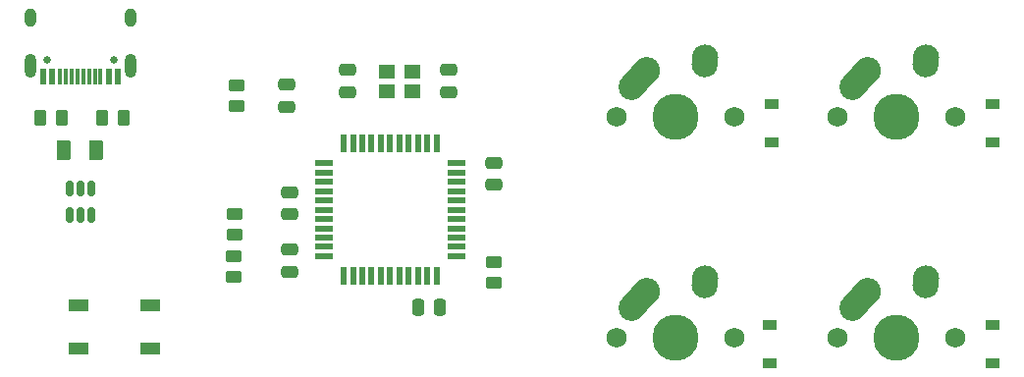
<source format=gbr>
%TF.GenerationSoftware,KiCad,Pcbnew,(6.0.0)*%
%TF.CreationDate,2023-04-29T05:22:17-07:00*%
%TF.ProjectId,coolpcbproject,636f6f6c-7063-4627-9072-6f6a6563742e,rev?*%
%TF.SameCoordinates,Original*%
%TF.FileFunction,Soldermask,Bot*%
%TF.FilePolarity,Negative*%
%FSLAX46Y46*%
G04 Gerber Fmt 4.6, Leading zero omitted, Abs format (unit mm)*
G04 Created by KiCad (PCBNEW (6.0.0)) date 2023-04-29 05:22:17*
%MOMM*%
%LPD*%
G01*
G04 APERTURE LIST*
G04 Aperture macros list*
%AMRoundRect*
0 Rectangle with rounded corners*
0 $1 Rounding radius*
0 $2 $3 $4 $5 $6 $7 $8 $9 X,Y pos of 4 corners*
0 Add a 4 corners polygon primitive as box body*
4,1,4,$2,$3,$4,$5,$6,$7,$8,$9,$2,$3,0*
0 Add four circle primitives for the rounded corners*
1,1,$1+$1,$2,$3*
1,1,$1+$1,$4,$5*
1,1,$1+$1,$6,$7*
1,1,$1+$1,$8,$9*
0 Add four rect primitives between the rounded corners*
20,1,$1+$1,$2,$3,$4,$5,0*
20,1,$1+$1,$4,$5,$6,$7,0*
20,1,$1+$1,$6,$7,$8,$9,0*
20,1,$1+$1,$8,$9,$2,$3,0*%
%AMHorizOval*
0 Thick line with rounded ends*
0 $1 width*
0 $2 $3 position (X,Y) of the first rounded end (center of the circle)*
0 $4 $5 position (X,Y) of the second rounded end (center of the circle)*
0 Add line between two ends*
20,1,$1,$2,$3,$4,$5,0*
0 Add two circle primitives to create the rounded ends*
1,1,$1,$2,$3*
1,1,$1,$4,$5*%
G04 Aperture macros list end*
%ADD10C,1.750000*%
%ADD11C,3.987800*%
%ADD12HorizOval,2.250000X0.655008X0.729993X-0.655008X-0.729993X0*%
%ADD13C,2.250000*%
%ADD14HorizOval,2.250000X0.020000X0.290000X-0.020000X-0.290000X0*%
%ADD15HorizOval,2.250000X0.655001X0.730000X-0.655001X-0.730000X0*%
%ADD16R,1.200000X0.900000*%
%ADD17C,0.650000*%
%ADD18R,0.600000X1.450000*%
%ADD19R,0.300000X1.450000*%
%ADD20O,1.000000X1.600000*%
%ADD21O,1.000000X2.100000*%
%ADD22RoundRect,0.250000X0.375000X0.625000X-0.375000X0.625000X-0.375000X-0.625000X0.375000X-0.625000X0*%
%ADD23RoundRect,0.250000X-0.475000X0.250000X-0.475000X-0.250000X0.475000X-0.250000X0.475000X0.250000X0*%
%ADD24RoundRect,0.250000X0.475000X-0.250000X0.475000X0.250000X-0.475000X0.250000X-0.475000X-0.250000X0*%
%ADD25R,1.400000X1.200000*%
%ADD26RoundRect,0.250000X-0.450000X0.262500X-0.450000X-0.262500X0.450000X-0.262500X0.450000X0.262500X0*%
%ADD27R,1.500000X0.550000*%
%ADD28R,0.550000X1.500000*%
%ADD29RoundRect,0.250000X-0.250000X-0.475000X0.250000X-0.475000X0.250000X0.475000X-0.250000X0.475000X0*%
%ADD30R,1.800000X1.100000*%
%ADD31RoundRect,0.250000X0.450000X-0.262500X0.450000X0.262500X-0.450000X0.262500X-0.450000X-0.262500X0*%
%ADD32RoundRect,0.250000X-0.262500X-0.450000X0.262500X-0.450000X0.262500X0.450000X-0.262500X0.450000X0*%
%ADD33RoundRect,0.250000X0.262500X0.450000X-0.262500X0.450000X-0.262500X-0.450000X0.262500X-0.450000X0*%
%ADD34RoundRect,0.150000X0.150000X-0.512500X0.150000X0.512500X-0.150000X0.512500X-0.150000X-0.512500X0*%
G04 APERTURE END LIST*
D10*
%TO.C,MX4*%
X203249801Y-107999801D03*
X213409801Y-107999801D03*
D11*
X208329801Y-107999801D03*
D12*
X205174809Y-104729808D03*
D13*
X205829801Y-103999801D03*
X210869801Y-102919801D03*
D14*
X210849801Y-103209801D03*
%TD*%
D10*
%TO.C,MX2*%
X213409801Y-88949801D03*
D11*
X208329801Y-88949801D03*
D10*
X203249801Y-88949801D03*
D13*
X205829801Y-84949801D03*
D12*
X205174809Y-85679808D03*
D13*
X210869801Y-83869801D03*
D14*
X210849801Y-84159801D03*
%TD*%
D10*
%TO.C,MX1*%
X194359801Y-88949801D03*
X184199801Y-88949801D03*
D11*
X189279801Y-88949801D03*
D13*
X186779801Y-84949801D03*
D15*
X186124802Y-85679801D03*
D14*
X191799801Y-84159801D03*
D13*
X191819801Y-83869801D03*
%TD*%
D11*
%TO.C,MX3*%
X189279801Y-107999801D03*
D10*
X194359801Y-107999801D03*
X184199801Y-107999801D03*
D15*
X186124802Y-104729801D03*
D13*
X186779801Y-103999801D03*
X191819801Y-102919801D03*
D14*
X191799801Y-103209801D03*
%TD*%
D16*
%TO.C,D1*%
X197534801Y-91107801D03*
X197534801Y-87807801D03*
%TD*%
D17*
%TO.C,USB1*%
X140812000Y-84041000D03*
X135032000Y-84041000D03*
D18*
X134697000Y-85486000D03*
X135472000Y-85486000D03*
D19*
X136172000Y-85486000D03*
X136672000Y-85486000D03*
X137172000Y-85486000D03*
X137672000Y-85486000D03*
X138172000Y-85486000D03*
X138672000Y-85486000D03*
X139172000Y-85486000D03*
X139672000Y-85486000D03*
D18*
X140372000Y-85486000D03*
X141147000Y-85486000D03*
D20*
X142242000Y-80391000D03*
D21*
X142242000Y-84571000D03*
X133602000Y-84571000D03*
D20*
X133602000Y-80391000D03*
%TD*%
D16*
%TO.C,D2*%
X216584801Y-91107801D03*
X216584801Y-87807801D03*
%TD*%
%TO.C,D4*%
X216584801Y-110157801D03*
X216584801Y-106857801D03*
%TD*%
D22*
%TO.C,F1*%
X139322000Y-91821000D03*
X136522000Y-91821000D03*
%TD*%
D23*
%TO.C,C1*%
X169703750Y-84902000D03*
X169703750Y-86802000D03*
%TD*%
D24*
%TO.C,C7*%
X155956000Y-102296000D03*
X155956000Y-100396000D03*
%TD*%
D23*
%TO.C,C3*%
X155956000Y-95443000D03*
X155956000Y-97343000D03*
%TD*%
%TO.C,C5*%
X173609000Y-92903000D03*
X173609000Y-94803000D03*
%TD*%
%TO.C,C4*%
X155702000Y-86172000D03*
X155702000Y-88072000D03*
%TD*%
D25*
%TO.C,Y1*%
X164328750Y-85058250D03*
X166528750Y-85058250D03*
X166528750Y-86758250D03*
X164328750Y-86758250D03*
%TD*%
D26*
%TO.C,R3*%
X151130000Y-100941500D03*
X151130000Y-102766500D03*
%TD*%
D27*
%TO.C,U1*%
X158941801Y-100964500D03*
X158941801Y-100164500D03*
X158941801Y-99364500D03*
X158941801Y-98564500D03*
X158941801Y-97764500D03*
X158941801Y-96964500D03*
X158941801Y-96164500D03*
X158941801Y-95364500D03*
X158941801Y-94564500D03*
X158941801Y-93764500D03*
X158941801Y-92964500D03*
D28*
X160641801Y-91264500D03*
X161441801Y-91264500D03*
X162241801Y-91264500D03*
X163041801Y-91264500D03*
X163841801Y-91264500D03*
X164641801Y-91264500D03*
X165441801Y-91264500D03*
X166241801Y-91264500D03*
X167041801Y-91264500D03*
X167841801Y-91264500D03*
X168641801Y-91264500D03*
D27*
X170341801Y-92964500D03*
X170341801Y-93764500D03*
X170341801Y-94564500D03*
X170341801Y-95364500D03*
X170341801Y-96164500D03*
X170341801Y-96964500D03*
X170341801Y-97764500D03*
X170341801Y-98564500D03*
X170341801Y-99364500D03*
X170341801Y-100164500D03*
X170341801Y-100964500D03*
D28*
X168641801Y-102664500D03*
X167841801Y-102664500D03*
X167041801Y-102664500D03*
X166241801Y-102664500D03*
X165441801Y-102664500D03*
X164641801Y-102664500D03*
X163841801Y-102664500D03*
X163041801Y-102664500D03*
X162241801Y-102664500D03*
X161441801Y-102664500D03*
X160641801Y-102664500D03*
%TD*%
D16*
%TO.C,D3*%
X197407801Y-110157801D03*
X197407801Y-106857801D03*
%TD*%
D29*
%TO.C,C6*%
X167071000Y-105410000D03*
X168971000Y-105410000D03*
%TD*%
D30*
%TO.C,SW1*%
X137743000Y-108911000D03*
X143943000Y-108911000D03*
X143943000Y-105211000D03*
X137743000Y-105211000D03*
%TD*%
D26*
%TO.C,R4*%
X173609000Y-101449500D03*
X173609000Y-103274500D03*
%TD*%
D31*
%TO.C,R1*%
X151384000Y-88034500D03*
X151384000Y-86209500D03*
%TD*%
D26*
%TO.C,R2*%
X151193500Y-97322000D03*
X151193500Y-99147000D03*
%TD*%
D32*
%TO.C,R5*%
X134469500Y-89027000D03*
X136294500Y-89027000D03*
%TD*%
D33*
%TO.C,R6*%
X141628500Y-89027000D03*
X139803500Y-89027000D03*
%TD*%
D24*
%TO.C,C2*%
X160972500Y-86802000D03*
X160972500Y-84902000D03*
%TD*%
D34*
%TO.C,U2*%
X138872000Y-97403500D03*
X137922000Y-97403500D03*
X136972000Y-97403500D03*
X136972000Y-95128500D03*
X137922000Y-95128500D03*
X138872000Y-95128500D03*
%TD*%
M02*

</source>
